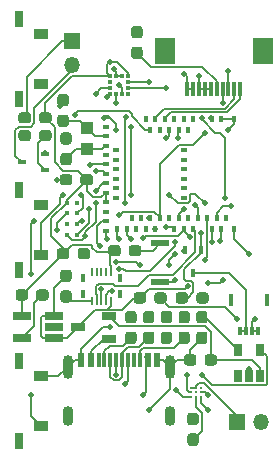
<source format=gbr>
%TF.GenerationSoftware,KiCad,Pcbnew,(5.99.0-2309-gaf729d578)*%
%TF.CreationDate,2020-08-23T01:12:20-04:00*%
%TF.ProjectId,mk2,6d6b322e-6b69-4636-9164-5f7063625858,rev?*%
%TF.SameCoordinates,Original*%
%TF.FileFunction,Copper,L1,Top*%
%TF.FilePolarity,Positive*%
%FSLAX46Y46*%
G04 Gerber Fmt 4.6, Leading zero omitted, Abs format (unit mm)*
G04 Created by KiCad (PCBNEW (5.99.0-2309-gaf729d578)) date 2020-08-23 01:12:20*
%MOMM*%
%LPD*%
G01*
G04 APERTURE LIST*
%TA.AperFunction,ComponentPad*%
%ADD10O,1.350000X1.350000*%
%TD*%
%TA.AperFunction,ComponentPad*%
%ADD11R,1.350000X1.350000*%
%TD*%
%TA.AperFunction,SMDPad,CuDef*%
%ADD12R,0.300000X0.350000*%
%TD*%
%TA.AperFunction,SMDPad,CuDef*%
%ADD13R,0.350000X0.300000*%
%TD*%
%TA.AperFunction,SMDPad,CuDef*%
%ADD14R,0.300000X1.000000*%
%TD*%
%TA.AperFunction,SMDPad,CuDef*%
%ADD15R,0.300000X0.700000*%
%TD*%
%TA.AperFunction,SMDPad,CuDef*%
%ADD16R,0.450000X0.655000*%
%TD*%
%TA.AperFunction,SMDPad,CuDef*%
%ADD17R,0.230000X0.750000*%
%TD*%
%TA.AperFunction,SMDPad,CuDef*%
%ADD18R,0.420000X0.400000*%
%TD*%
%TA.AperFunction,SMDPad,CuDef*%
%ADD19C,0.229500*%
%TD*%
%TA.AperFunction,SMDPad,CuDef*%
%ADD20R,0.300000X1.300000*%
%TD*%
%TA.AperFunction,SMDPad,CuDef*%
%ADD21R,1.800000X2.200000*%
%TD*%
%TA.AperFunction,SMDPad,CuDef*%
%ADD22R,0.700000X0.450000*%
%TD*%
%TA.AperFunction,SMDPad,CuDef*%
%ADD23R,0.600000X1.160000*%
%TD*%
%TA.AperFunction,SMDPad,CuDef*%
%ADD24R,0.300000X1.160000*%
%TD*%
%TA.AperFunction,ComponentPad*%
%ADD25O,0.900000X1.700000*%
%TD*%
%TA.AperFunction,ComponentPad*%
%ADD26O,0.900000X2.000000*%
%TD*%
%TA.AperFunction,SMDPad,CuDef*%
%ADD27R,0.800000X1.450000*%
%TD*%
%TA.AperFunction,SMDPad,CuDef*%
%ADD28R,1.270000X0.900000*%
%TD*%
%TA.AperFunction,SMDPad,CuDef*%
%ADD29R,0.450000X0.700000*%
%TD*%
%TA.AperFunction,SMDPad,CuDef*%
%ADD30R,1.100000X1.050000*%
%TD*%
%TA.AperFunction,SMDPad,CuDef*%
%ADD31R,0.650000X1.060000*%
%TD*%
%TA.AperFunction,SMDPad,CuDef*%
%ADD32R,1.560000X0.650000*%
%TD*%
%TA.AperFunction,SMDPad,CuDef*%
%ADD33R,1.500000X0.550000*%
%TD*%
%TA.AperFunction,SMDPad,CuDef*%
%ADD34R,0.400000X0.600000*%
%TD*%
%TA.AperFunction,SMDPad,CuDef*%
%ADD35R,0.600000X0.400000*%
%TD*%
%TA.AperFunction,SMDPad,CuDef*%
%ADD36R,1.220000X0.650000*%
%TD*%
%TA.AperFunction,ViaPad*%
%ADD37C,0.500000*%
%TD*%
%TA.AperFunction,Conductor*%
%ADD38C,0.130000*%
%TD*%
G04 APERTURE END LIST*
D10*
%TO.P,J3,2,Pin_2*%
%TO.N,Net-(J3-Pad2)*%
X17500000Y-17250000D03*
D11*
%TO.P,J3,1,Pin_1*%
%TO.N,Net-(J3-Pad1)*%
X17500000Y-15250000D03*
%TD*%
D10*
%TO.P,BT1,2,-*%
%TO.N,GND*%
X33500000Y-47500000D03*
D11*
%TO.P,BT1,1,+*%
%TO.N,+BATT*%
X31500000Y-47500000D03*
%TD*%
D12*
%TO.P,U4,8,GNDIO*%
%TO.N,GND*%
X21750000Y-18225000D03*
%TO.P,U4,9,GND*%
X21250000Y-18225000D03*
%TO.P,U4,3,VDDIO*%
%TO.N,VCC*%
X21750000Y-19775000D03*
%TO.P,U4,2,SDX*%
%TO.N,SDA*%
X21250000Y-19775000D03*
%TO.P,U4,7,VDD*%
%TO.N,VCC*%
X22250000Y-18225000D03*
%TO.P,U4,4*%
%TO.N,N/C*%
X22250000Y-19775000D03*
D13*
%TO.P,U4,6,INT2*%
%TO.N,ACCELINT2*%
X22275000Y-18750000D03*
%TO.P,U4,5,INT1*%
%TO.N,ACCELINT1*%
X22275000Y-19250000D03*
D12*
%TO.P,U4,10,~CSB~*%
%TO.N,VCC*%
X20750000Y-18225000D03*
%TO.P,U4,1,SDO*%
%TO.N,GND*%
X20750000Y-19775000D03*
D13*
%TO.P,U4,11*%
%TO.N,N/C*%
X20725000Y-18750000D03*
%TO.P,U4,12,SCX*%
%TO.N,SCL*%
X20725000Y-19250000D03*
%TD*%
D14*
%TO.P,J4,S2,SHIELD__1*%
%TO.N,N/C*%
X30960000Y-37175000D03*
%TO.P,J4,S1,SHIELD*%
X34040000Y-37175000D03*
D15*
%TO.P,J4,4,4*%
%TO.N,Net-(J4-Pad3)*%
X31750000Y-39825000D03*
%TO.P,J4,3,3*%
X32250000Y-39825000D03*
%TO.P,J4,2,2*%
%TO.N,Net-(J4-Pad1)*%
X32750000Y-39825000D03*
%TO.P,J4,1,1*%
X33250000Y-39825000D03*
%TD*%
%TO.P,R16,2*%
%TO.N,Net-(J3-Pad1)*%
%TA.AperFunction,SMDPad,CuDef*%
G36*
G01*
X14025000Y-21512500D02*
X14025000Y-21987500D01*
G75*
G02*
X13787500Y-22225000I-237500J0D01*
G01*
X13212500Y-22225000D01*
G75*
G02*
X12975000Y-21987500I0J237500D01*
G01*
X12975000Y-21512500D01*
G75*
G02*
X13212500Y-21275000I237500J0D01*
G01*
X13787500Y-21275000D01*
G75*
G02*
X14025000Y-21512500I0J-237500D01*
G01*
G37*
%TD.AperFunction*%
%TO.P,R16,1*%
%TO.N,VCC*%
%TA.AperFunction,SMDPad,CuDef*%
G36*
G01*
X15775000Y-21512500D02*
X15775000Y-21987500D01*
G75*
G02*
X15537500Y-22225000I-237500J0D01*
G01*
X14962500Y-22225000D01*
G75*
G02*
X14725000Y-21987500I0J237500D01*
G01*
X14725000Y-21512500D01*
G75*
G02*
X14962500Y-21275000I237500J0D01*
G01*
X15537500Y-21275000D01*
G75*
G02*
X15775000Y-21512500I0J-237500D01*
G01*
G37*
%TD.AperFunction*%
%TD*%
%TO.P,R15,2*%
%TO.N,GND*%
%TA.AperFunction,SMDPad,CuDef*%
G36*
G01*
X14025000Y-23012500D02*
X14025000Y-23487500D01*
G75*
G02*
X13787500Y-23725000I-237500J0D01*
G01*
X13212500Y-23725000D01*
G75*
G02*
X12975000Y-23487500I0J237500D01*
G01*
X12975000Y-23012500D01*
G75*
G02*
X13212500Y-22775000I237500J0D01*
G01*
X13787500Y-22775000D01*
G75*
G02*
X14025000Y-23012500I0J-237500D01*
G01*
G37*
%TD.AperFunction*%
%TO.P,R15,1*%
%TO.N,BUZZER*%
%TA.AperFunction,SMDPad,CuDef*%
G36*
G01*
X15775000Y-23012500D02*
X15775000Y-23487500D01*
G75*
G02*
X15537500Y-23725000I-237500J0D01*
G01*
X14962500Y-23725000D01*
G75*
G02*
X14725000Y-23487500I0J237500D01*
G01*
X14725000Y-23012500D01*
G75*
G02*
X14962500Y-22775000I237500J0D01*
G01*
X15537500Y-22775000D01*
G75*
G02*
X15775000Y-23012500I0J-237500D01*
G01*
G37*
%TD.AperFunction*%
%TD*%
%TO.P,R14,2*%
%TO.N,Net-(J4-Pad1)*%
%TA.AperFunction,SMDPad,CuDef*%
G36*
G01*
X24475000Y-37237500D02*
X24475000Y-36762500D01*
G75*
G02*
X24712500Y-36525000I237500J0D01*
G01*
X25287500Y-36525000D01*
G75*
G02*
X25525000Y-36762500I0J-237500D01*
G01*
X25525000Y-37237500D01*
G75*
G02*
X25287500Y-37475000I-237500J0D01*
G01*
X24712500Y-37475000D01*
G75*
G02*
X24475000Y-37237500I0J237500D01*
G01*
G37*
%TD.AperFunction*%
%TO.P,R14,1*%
%TO.N,VIN*%
%TA.AperFunction,SMDPad,CuDef*%
G36*
G01*
X22725000Y-37237500D02*
X22725000Y-36762500D01*
G75*
G02*
X22962500Y-36525000I237500J0D01*
G01*
X23537500Y-36525000D01*
G75*
G02*
X23775000Y-36762500I0J-237500D01*
G01*
X23775000Y-37237500D01*
G75*
G02*
X23537500Y-37475000I-237500J0D01*
G01*
X22962500Y-37475000D01*
G75*
G02*
X22725000Y-37237500I0J237500D01*
G01*
G37*
%TD.AperFunction*%
%TD*%
%TO.P,R13,2*%
%TO.N,GND*%
%TA.AperFunction,SMDPad,CuDef*%
G36*
G01*
X28026000Y-37237500D02*
X28026000Y-36762500D01*
G75*
G02*
X28263500Y-36525000I237500J0D01*
G01*
X28838500Y-36525000D01*
G75*
G02*
X29076000Y-36762500I0J-237500D01*
G01*
X29076000Y-37237500D01*
G75*
G02*
X28838500Y-37475000I-237500J0D01*
G01*
X28263500Y-37475000D01*
G75*
G02*
X28026000Y-37237500I0J237500D01*
G01*
G37*
%TD.AperFunction*%
%TO.P,R13,1*%
%TO.N,BACKLIGHT*%
%TA.AperFunction,SMDPad,CuDef*%
G36*
G01*
X26276000Y-37237500D02*
X26276000Y-36762500D01*
G75*
G02*
X26513500Y-36525000I237500J0D01*
G01*
X27088500Y-36525000D01*
G75*
G02*
X27326000Y-36762500I0J-237500D01*
G01*
X27326000Y-37237500D01*
G75*
G02*
X27088500Y-37475000I-237500J0D01*
G01*
X26513500Y-37475000D01*
G75*
G02*
X26276000Y-37237500I0J237500D01*
G01*
G37*
%TD.AperFunction*%
%TD*%
%TO.P,R12,2*%
%TO.N,GND*%
%TA.AperFunction,SMDPad,CuDef*%
G36*
G01*
X27237500Y-39150000D02*
X26762500Y-39150000D01*
G75*
G02*
X26525000Y-38912500I0J237500D01*
G01*
X26525000Y-38337500D01*
G75*
G02*
X26762500Y-38100000I237500J0D01*
G01*
X27237500Y-38100000D01*
G75*
G02*
X27475000Y-38337500I0J-237500D01*
G01*
X27475000Y-38912500D01*
G75*
G02*
X27237500Y-39150000I-237500J0D01*
G01*
G37*
%TD.AperFunction*%
%TO.P,R12,1*%
%TO.N,Net-(J2-PadB5)*%
%TA.AperFunction,SMDPad,CuDef*%
G36*
G01*
X27237500Y-40900000D02*
X26762500Y-40900000D01*
G75*
G02*
X26525000Y-40662500I0J237500D01*
G01*
X26525000Y-40087500D01*
G75*
G02*
X26762500Y-39850000I237500J0D01*
G01*
X27237500Y-39850000D01*
G75*
G02*
X27475000Y-40087500I0J-237500D01*
G01*
X27475000Y-40662500D01*
G75*
G02*
X27237500Y-40900000I-237500J0D01*
G01*
G37*
%TD.AperFunction*%
%TD*%
%TO.P,R11,2*%
%TO.N,GND*%
%TA.AperFunction,SMDPad,CuDef*%
G36*
G01*
X22737500Y-39150000D02*
X22262500Y-39150000D01*
G75*
G02*
X22025000Y-38912500I0J237500D01*
G01*
X22025000Y-38337500D01*
G75*
G02*
X22262500Y-38100000I237500J0D01*
G01*
X22737500Y-38100000D01*
G75*
G02*
X22975000Y-38337500I0J-237500D01*
G01*
X22975000Y-38912500D01*
G75*
G02*
X22737500Y-39150000I-237500J0D01*
G01*
G37*
%TD.AperFunction*%
%TO.P,R11,1*%
%TO.N,Net-(J2-PadA5)*%
%TA.AperFunction,SMDPad,CuDef*%
G36*
G01*
X22737500Y-40900000D02*
X22262500Y-40900000D01*
G75*
G02*
X22025000Y-40662500I0J237500D01*
G01*
X22025000Y-40087500D01*
G75*
G02*
X22262500Y-39850000I237500J0D01*
G01*
X22737500Y-39850000D01*
G75*
G02*
X22975000Y-40087500I0J-237500D01*
G01*
X22975000Y-40662500D01*
G75*
G02*
X22737500Y-40900000I-237500J0D01*
G01*
G37*
%TD.AperFunction*%
%TD*%
%TO.P,R9,2*%
%TO.N,GND*%
%TA.AperFunction,SMDPad,CuDef*%
G36*
G01*
X28262500Y-39850000D02*
X28737500Y-39850000D01*
G75*
G02*
X28975000Y-40087500I0J-237500D01*
G01*
X28975000Y-40662500D01*
G75*
G02*
X28737500Y-40900000I-237500J0D01*
G01*
X28262500Y-40900000D01*
G75*
G02*
X28025000Y-40662500I0J237500D01*
G01*
X28025000Y-40087500D01*
G75*
G02*
X28262500Y-39850000I237500J0D01*
G01*
G37*
%TD.AperFunction*%
%TO.P,R9,1*%
%TO.N,Net-(R9-Pad1)*%
%TA.AperFunction,SMDPad,CuDef*%
G36*
G01*
X28262500Y-38100000D02*
X28737500Y-38100000D01*
G75*
G02*
X28975000Y-38337500I0J-237500D01*
G01*
X28975000Y-38912500D01*
G75*
G02*
X28737500Y-39150000I-237500J0D01*
G01*
X28262500Y-39150000D01*
G75*
G02*
X28025000Y-38912500I0J237500D01*
G01*
X28025000Y-38337500D01*
G75*
G02*
X28262500Y-38100000I237500J0D01*
G01*
G37*
%TD.AperFunction*%
%TD*%
%TO.P,R6,2*%
%TO.N,RST*%
%TA.AperFunction,SMDPad,CuDef*%
G36*
G01*
X22319000Y-33237500D02*
X22319000Y-32762500D01*
G75*
G02*
X22556500Y-32525000I237500J0D01*
G01*
X23131500Y-32525000D01*
G75*
G02*
X23369000Y-32762500I0J-237500D01*
G01*
X23369000Y-33237500D01*
G75*
G02*
X23131500Y-33475000I-237500J0D01*
G01*
X22556500Y-33475000D01*
G75*
G02*
X22319000Y-33237500I0J237500D01*
G01*
G37*
%TD.AperFunction*%
%TO.P,R6,1*%
%TO.N,VCC*%
%TA.AperFunction,SMDPad,CuDef*%
G36*
G01*
X20569000Y-33237500D02*
X20569000Y-32762500D01*
G75*
G02*
X20806500Y-32525000I237500J0D01*
G01*
X21381500Y-32525000D01*
G75*
G02*
X21619000Y-32762500I0J-237500D01*
G01*
X21619000Y-33237500D01*
G75*
G02*
X21381500Y-33475000I-237500J0D01*
G01*
X20806500Y-33475000D01*
G75*
G02*
X20569000Y-33237500I0J237500D01*
G01*
G37*
%TD.AperFunction*%
%TD*%
%TO.P,R4,2*%
%TO.N,USB_DP*%
%TA.AperFunction,SMDPad,CuDef*%
G36*
G01*
X25262500Y-39850000D02*
X25737500Y-39850000D01*
G75*
G02*
X25975000Y-40087500I0J-237500D01*
G01*
X25975000Y-40662500D01*
G75*
G02*
X25737500Y-40900000I-237500J0D01*
G01*
X25262500Y-40900000D01*
G75*
G02*
X25025000Y-40662500I0J237500D01*
G01*
X25025000Y-40087500D01*
G75*
G02*
X25262500Y-39850000I237500J0D01*
G01*
G37*
%TD.AperFunction*%
%TO.P,R4,1*%
%TO.N,Net-(IC1-Pad35)*%
%TA.AperFunction,SMDPad,CuDef*%
G36*
G01*
X25262500Y-38100000D02*
X25737500Y-38100000D01*
G75*
G02*
X25975000Y-38337500I0J-237500D01*
G01*
X25975000Y-38912500D01*
G75*
G02*
X25737500Y-39150000I-237500J0D01*
G01*
X25262500Y-39150000D01*
G75*
G02*
X25025000Y-38912500I0J237500D01*
G01*
X25025000Y-38337500D01*
G75*
G02*
X25262500Y-38100000I237500J0D01*
G01*
G37*
%TD.AperFunction*%
%TD*%
%TO.P,R3,2*%
%TO.N,USB_DN*%
%TA.AperFunction,SMDPad,CuDef*%
G36*
G01*
X23762500Y-39850000D02*
X24237500Y-39850000D01*
G75*
G02*
X24475000Y-40087500I0J-237500D01*
G01*
X24475000Y-40662500D01*
G75*
G02*
X24237500Y-40900000I-237500J0D01*
G01*
X23762500Y-40900000D01*
G75*
G02*
X23525000Y-40662500I0J237500D01*
G01*
X23525000Y-40087500D01*
G75*
G02*
X23762500Y-39850000I237500J0D01*
G01*
G37*
%TD.AperFunction*%
%TO.P,R3,1*%
%TO.N,Net-(IC1-Pad34)*%
%TA.AperFunction,SMDPad,CuDef*%
G36*
G01*
X23762500Y-38100000D02*
X24237500Y-38100000D01*
G75*
G02*
X24475000Y-38337500I0J-237500D01*
G01*
X24475000Y-38912500D01*
G75*
G02*
X24237500Y-39150000I-237500J0D01*
G01*
X23762500Y-39150000D01*
G75*
G02*
X23525000Y-38912500I0J237500D01*
G01*
X23525000Y-38337500D01*
G75*
G02*
X23762500Y-38100000I237500J0D01*
G01*
G37*
%TD.AperFunction*%
%TD*%
%TO.P,C20,2*%
%TO.N,GND*%
%TA.AperFunction,SMDPad,CuDef*%
G36*
G01*
X28025000Y-42012500D02*
X28025000Y-42487500D01*
G75*
G02*
X27787500Y-42725000I-237500J0D01*
G01*
X27212500Y-42725000D01*
G75*
G02*
X26975000Y-42487500I0J237500D01*
G01*
X26975000Y-42012500D01*
G75*
G02*
X27212500Y-41775000I237500J0D01*
G01*
X27787500Y-41775000D01*
G75*
G02*
X28025000Y-42012500I0J-237500D01*
G01*
G37*
%TD.AperFunction*%
%TO.P,C20,1*%
%TO.N,BATTPOW*%
%TA.AperFunction,SMDPad,CuDef*%
G36*
G01*
X29775000Y-42012500D02*
X29775000Y-42487500D01*
G75*
G02*
X29537500Y-42725000I-237500J0D01*
G01*
X28962500Y-42725000D01*
G75*
G02*
X28725000Y-42487500I0J237500D01*
G01*
X28725000Y-42012500D01*
G75*
G02*
X28962500Y-41775000I237500J0D01*
G01*
X29537500Y-41775000D01*
G75*
G02*
X29775000Y-42012500I0J-237500D01*
G01*
G37*
%TD.AperFunction*%
%TD*%
%TO.P,C10,2*%
%TO.N,GND*%
%TA.AperFunction,SMDPad,CuDef*%
G36*
G01*
X27987500Y-47775000D02*
X27512500Y-47775000D01*
G75*
G02*
X27275000Y-47537500I0J237500D01*
G01*
X27275000Y-46962500D01*
G75*
G02*
X27512500Y-46725000I237500J0D01*
G01*
X27987500Y-46725000D01*
G75*
G02*
X28225000Y-46962500I0J-237500D01*
G01*
X28225000Y-47537500D01*
G75*
G02*
X27987500Y-47775000I-237500J0D01*
G01*
G37*
%TD.AperFunction*%
%TO.P,C10,1*%
%TO.N,Net-(C10-Pad1)*%
%TA.AperFunction,SMDPad,CuDef*%
G36*
G01*
X27987500Y-49525000D02*
X27512500Y-49525000D01*
G75*
G02*
X27275000Y-49287500I0J237500D01*
G01*
X27275000Y-48712500D01*
G75*
G02*
X27512500Y-48475000I237500J0D01*
G01*
X27987500Y-48475000D01*
G75*
G02*
X28225000Y-48712500I0J-237500D01*
G01*
X28225000Y-49287500D01*
G75*
G02*
X27987500Y-49525000I-237500J0D01*
G01*
G37*
%TD.AperFunction*%
%TD*%
%TO.P,C9,2*%
%TO.N,GND*%
%TA.AperFunction,SMDPad,CuDef*%
G36*
G01*
X23237500Y-15025000D02*
X22762500Y-15025000D01*
G75*
G02*
X22525000Y-14787500I0J237500D01*
G01*
X22525000Y-14212500D01*
G75*
G02*
X22762500Y-13975000I237500J0D01*
G01*
X23237500Y-13975000D01*
G75*
G02*
X23475000Y-14212500I0J-237500D01*
G01*
X23475000Y-14787500D01*
G75*
G02*
X23237500Y-15025000I-237500J0D01*
G01*
G37*
%TD.AperFunction*%
%TO.P,C9,1*%
%TO.N,LCD_DISP*%
%TA.AperFunction,SMDPad,CuDef*%
G36*
G01*
X23237500Y-16775000D02*
X22762500Y-16775000D01*
G75*
G02*
X22525000Y-16537500I0J237500D01*
G01*
X22525000Y-15962500D01*
G75*
G02*
X22762500Y-15725000I237500J0D01*
G01*
X23237500Y-15725000D01*
G75*
G02*
X23475000Y-15962500I0J-237500D01*
G01*
X23475000Y-16537500D01*
G75*
G02*
X23237500Y-16775000I-237500J0D01*
G01*
G37*
%TD.AperFunction*%
%TD*%
%TO.P,C7,2*%
%TO.N,GND*%
%TA.AperFunction,SMDPad,CuDef*%
G36*
G01*
X17975000Y-33487500D02*
X17975000Y-33012500D01*
G75*
G02*
X18212500Y-32775000I237500J0D01*
G01*
X18787500Y-32775000D01*
G75*
G02*
X19025000Y-33012500I0J-237500D01*
G01*
X19025000Y-33487500D01*
G75*
G02*
X18787500Y-33725000I-237500J0D01*
G01*
X18212500Y-33725000D01*
G75*
G02*
X17975000Y-33487500I0J237500D01*
G01*
G37*
%TD.AperFunction*%
%TO.P,C7,1*%
%TO.N,VCC*%
%TA.AperFunction,SMDPad,CuDef*%
G36*
G01*
X16225000Y-33487500D02*
X16225000Y-33012500D01*
G75*
G02*
X16462500Y-32775000I237500J0D01*
G01*
X17037500Y-32775000D01*
G75*
G02*
X17275000Y-33012500I0J-237500D01*
G01*
X17275000Y-33487500D01*
G75*
G02*
X17037500Y-33725000I-237500J0D01*
G01*
X16462500Y-33725000D01*
G75*
G02*
X16225000Y-33487500I0J237500D01*
G01*
G37*
%TD.AperFunction*%
%TD*%
%TO.P,C4,2*%
%TO.N,GND*%
%TA.AperFunction,SMDPad,CuDef*%
G36*
G01*
X16762500Y-36350000D02*
X17237500Y-36350000D01*
G75*
G02*
X17475000Y-36587500I0J-237500D01*
G01*
X17475000Y-37162500D01*
G75*
G02*
X17237500Y-37400000I-237500J0D01*
G01*
X16762500Y-37400000D01*
G75*
G02*
X16525000Y-37162500I0J237500D01*
G01*
X16525000Y-36587500D01*
G75*
G02*
X16762500Y-36350000I237500J0D01*
G01*
G37*
%TD.AperFunction*%
%TO.P,C4,1*%
%TO.N,VIN*%
%TA.AperFunction,SMDPad,CuDef*%
G36*
G01*
X16762500Y-34600000D02*
X17237500Y-34600000D01*
G75*
G02*
X17475000Y-34837500I0J-237500D01*
G01*
X17475000Y-35412500D01*
G75*
G02*
X17237500Y-35650000I-237500J0D01*
G01*
X16762500Y-35650000D01*
G75*
G02*
X16525000Y-35412500I0J237500D01*
G01*
X16525000Y-34837500D01*
G75*
G02*
X16762500Y-34600000I237500J0D01*
G01*
G37*
%TD.AperFunction*%
%TD*%
%TO.P,C3,2*%
%TO.N,GND*%
%TA.AperFunction,SMDPad,CuDef*%
G36*
G01*
X17525000Y-26762500D02*
X17525000Y-27237500D01*
G75*
G02*
X17287500Y-27475000I-237500J0D01*
G01*
X16712500Y-27475000D01*
G75*
G02*
X16475000Y-27237500I0J237500D01*
G01*
X16475000Y-26762500D01*
G75*
G02*
X16712500Y-26525000I237500J0D01*
G01*
X17287500Y-26525000D01*
G75*
G02*
X17525000Y-26762500I0J-237500D01*
G01*
G37*
%TD.AperFunction*%
%TO.P,C3,1*%
%TO.N,VCC*%
%TA.AperFunction,SMDPad,CuDef*%
G36*
G01*
X19275000Y-26762500D02*
X19275000Y-27237500D01*
G75*
G02*
X19037500Y-27475000I-237500J0D01*
G01*
X18462500Y-27475000D01*
G75*
G02*
X18225000Y-27237500I0J237500D01*
G01*
X18225000Y-26762500D01*
G75*
G02*
X18462500Y-26525000I237500J0D01*
G01*
X19037500Y-26525000D01*
G75*
G02*
X19275000Y-26762500I0J-237500D01*
G01*
G37*
%TD.AperFunction*%
%TD*%
%TO.P,C2,2*%
%TO.N,/XL2*%
%TA.AperFunction,SMDPad,CuDef*%
G36*
G01*
X16762500Y-24725000D02*
X17237500Y-24725000D01*
G75*
G02*
X17475000Y-24962500I0J-237500D01*
G01*
X17475000Y-25537500D01*
G75*
G02*
X17237500Y-25775000I-237500J0D01*
G01*
X16762500Y-25775000D01*
G75*
G02*
X16525000Y-25537500I0J237500D01*
G01*
X16525000Y-24962500D01*
G75*
G02*
X16762500Y-24725000I237500J0D01*
G01*
G37*
%TD.AperFunction*%
%TO.P,C2,1*%
%TO.N,GND*%
%TA.AperFunction,SMDPad,CuDef*%
G36*
G01*
X16762500Y-22975000D02*
X17237500Y-22975000D01*
G75*
G02*
X17475000Y-23212500I0J-237500D01*
G01*
X17475000Y-23787500D01*
G75*
G02*
X17237500Y-24025000I-237500J0D01*
G01*
X16762500Y-24025000D01*
G75*
G02*
X16525000Y-23787500I0J237500D01*
G01*
X16525000Y-23212500D01*
G75*
G02*
X16762500Y-22975000I237500J0D01*
G01*
G37*
%TD.AperFunction*%
%TD*%
%TO.P,C1,2*%
%TO.N,/XL1*%
%TA.AperFunction,SMDPad,CuDef*%
G36*
G01*
X16512500Y-21475000D02*
X16987500Y-21475000D01*
G75*
G02*
X17225000Y-21712500I0J-237500D01*
G01*
X17225000Y-22287500D01*
G75*
G02*
X16987500Y-22525000I-237500J0D01*
G01*
X16512500Y-22525000D01*
G75*
G02*
X16275000Y-22287500I0J237500D01*
G01*
X16275000Y-21712500D01*
G75*
G02*
X16512500Y-21475000I237500J0D01*
G01*
G37*
%TD.AperFunction*%
%TO.P,C1,1*%
%TO.N,GND*%
%TA.AperFunction,SMDPad,CuDef*%
G36*
G01*
X16512500Y-19725000D02*
X16987500Y-19725000D01*
G75*
G02*
X17225000Y-19962500I0J-237500D01*
G01*
X17225000Y-20537500D01*
G75*
G02*
X16987500Y-20775000I-237500J0D01*
G01*
X16512500Y-20775000D01*
G75*
G02*
X16275000Y-20537500I0J237500D01*
G01*
X16275000Y-19962500D01*
G75*
G02*
X16512500Y-19725000I237500J0D01*
G01*
G37*
%TD.AperFunction*%
%TD*%
D16*
%TO.P,P1,P2*%
%TO.N,N/C*%
X18400000Y-36702500D03*
%TO.P,P1,P4*%
X18400000Y-35297500D03*
%TO.P,P1,P3*%
X21600000Y-35297500D03*
%TO.P,P1,P1*%
X21600000Y-36702500D03*
D17*
%TO.P,P1,9,9*%
%TO.N,GND*%
X19200000Y-37225000D03*
%TO.P,P1,1,1*%
%TO.N,VIN*%
X20800000Y-37225000D03*
%TO.P,P1,7,7*%
%TO.N,BUTTON4*%
X19600000Y-37225000D03*
%TO.P,P1,3,3*%
%TO.N,FLASHLIGHT*%
X20400000Y-37225000D03*
%TO.P,P1,5,5*%
%TO.N,BUTTON2*%
X20000000Y-37225000D03*
%TO.P,P1,10,10*%
%TO.N,N/C*%
X19200000Y-34775000D03*
%TO.P,P1,2,2*%
%TO.N,VCC*%
X20800000Y-34775000D03*
%TO.P,P1,8,8*%
%TO.N,N/C*%
X19600000Y-34775000D03*
%TO.P,P1,4,4*%
X20400000Y-34775000D03*
%TO.P,P1,6,6*%
X20000000Y-34775000D03*
%TD*%
D18*
%TO.P,IC2,4*%
%TO.N,N/C*%
X17950000Y-28950000D03*
%TO.P,IC2,3,VSS*%
%TO.N,GND*%
X17950000Y-29850000D03*
%TO.P,IC2,2,SQW*%
%TO.N,SQW*%
X17950000Y-30750000D03*
%TO.P,IC2,1,SDA*%
%TO.N,SDA*%
X17950000Y-31650000D03*
%TO.P,IC2,5,VCC*%
%TO.N,VCC*%
X17050000Y-28950000D03*
%TO.P,IC2,6,~IRQ/OUT~*%
%TO.N,RTCIRQ*%
X17050000Y-29850000D03*
%TO.P,IC2,7*%
%TO.N,N/C*%
X17050000Y-30750000D03*
%TO.P,IC2,8,SCL*%
%TO.N,SCL*%
X17050000Y-31650000D03*
%TD*%
D19*
%TO.P,U6,C3,GND*%
%TO.N,GND*%
X28400000Y-45400000D03*
%TO.P,U6,C2,REG*%
%TO.N,Net-(C10-Pad1)*%
X28000000Y-45400000D03*
%TO.P,U6,C1,SDA*%
%TO.N,SDA*%
X27600000Y-45400000D03*
%TO.P,U6,B3,SYS*%
%TO.N,BATTPOW*%
X28400000Y-45000000D03*
%TO.P,U6,B2,~ALRT~*%
%TO.N,N/C*%
X28000000Y-45000000D03*
%TO.P,U6,B1,SCL*%
%TO.N,SCL*%
X27600000Y-45000000D03*
%TO.P,U6,A3,NC*%
%TO.N,N/C*%
X28400000Y-44600000D03*
%TO.P,U6,A2,BATT*%
%TO.N,+BATT*%
X28000000Y-44600000D03*
%TO.P,U6,A1,TH*%
X27600000Y-44600000D03*
%TD*%
D20*
%TO.P,J1,10,Pin_10*%
%TO.N,GND*%
X27250000Y-19350000D03*
%TO.P,J1,9,Pin_9*%
X27750000Y-19350000D03*
%TO.P,J1,8,Pin_8*%
%TO.N,VIN*%
X28250000Y-19350000D03*
%TO.P,J1,7,Pin_7*%
X28750000Y-19350000D03*
%TO.P,J1,6,Pin_6*%
X29250000Y-19350000D03*
%TO.P,J1,5,Pin_5*%
%TO.N,LCD_DISP*%
X29750000Y-19350000D03*
%TO.P,J1,4,Pin_4*%
%TO.N,SQW*%
X30250000Y-19350000D03*
%TO.P,J1,3,Pin_3*%
%TO.N,LCD_CS*%
X30750000Y-19350000D03*
%TO.P,J1,2,Pin_2*%
%TO.N,SPI_MOSI*%
X31250000Y-19350000D03*
%TO.P,J1,1,Pin_1*%
%TO.N,SPI_CLK*%
X31750000Y-19350000D03*
D21*
%TO.P,J1,MP*%
%TO.N,N/C*%
X33650000Y-16100000D03*
X25350000Y-16100000D03*
%TD*%
D22*
%TO.P,Q4,3,D*%
%TO.N,Net-(J3-Pad2)*%
X13250000Y-25500000D03*
%TO.P,Q4,2,S*%
%TO.N,GND*%
X15250000Y-24850000D03*
%TO.P,Q4,1,G*%
%TO.N,BUZZER*%
X15250000Y-26150000D03*
%TD*%
D23*
%TO.P,J2,A12,GND*%
%TO.N,GND*%
X24700000Y-42240000D03*
%TO.P,J2,A9,VBUS*%
%TO.N,VUSB*%
X23900000Y-42240000D03*
%TO.P,J2,A1,GND*%
%TO.N,GND*%
X18300000Y-42240000D03*
%TO.P,J2,A4,VBUS*%
%TO.N,VUSB*%
X19100000Y-42240000D03*
D24*
%TO.P,J2,B5,CC2*%
%TO.N,Net-(J2-PadB5)*%
X23250000Y-42240000D03*
%TO.P,J2,B6,D+*%
%TO.N,USB_DP*%
X22250000Y-42240000D03*
%TO.P,J2,A8,SBU1*%
%TO.N,N/C*%
X22750000Y-42240000D03*
%TO.P,J2,A5,CC1*%
%TO.N,Net-(J2-PadA5)*%
X20250000Y-42240000D03*
%TO.P,J2,B8,SBU2*%
%TO.N,N/C*%
X19750000Y-42240000D03*
%TO.P,J2,A7,D-*%
%TO.N,USB_DN*%
X21750000Y-42240000D03*
%TO.P,J2,A6,D+*%
%TO.N,USB_DP*%
X21250000Y-42240000D03*
%TO.P,J2,B7,D-*%
%TO.N,USB_DN*%
X20750000Y-42240000D03*
D25*
%TO.P,J2,S1,SHIELD*%
%TO.N,GND*%
X25820000Y-46990000D03*
X17180000Y-46990000D03*
D26*
X25820000Y-42820000D03*
X17180000Y-42820000D03*
%TD*%
D27*
%TO.P,SW4,4*%
%TO.N,N/C*%
X13000000Y-49125000D03*
%TO.P,SW4,3*%
X13000000Y-42375000D03*
D28*
%TO.P,SW4,2,2*%
%TO.N,BUTTON3*%
X14885000Y-47850000D03*
%TO.P,SW4,1,1*%
%TO.N,GND*%
X14885000Y-43650000D03*
%TD*%
D27*
%TO.P,SW2,4*%
%TO.N,N/C*%
X13000000Y-20125000D03*
%TO.P,SW2,3*%
X13000000Y-13375000D03*
D28*
%TO.P,SW2,2,2*%
%TO.N,BUTTON1*%
X14885000Y-18850000D03*
%TO.P,SW2,1,1*%
%TO.N,GND*%
X14885000Y-14650000D03*
%TD*%
D27*
%TO.P,SW1,4*%
%TO.N,N/C*%
X13000000Y-34625000D03*
%TO.P,SW1,3*%
X13000000Y-27875000D03*
D28*
%TO.P,SW1,2,2*%
%TO.N,BUTTON5*%
X14885000Y-33350000D03*
%TO.P,SW1,1,1*%
%TO.N,GND*%
X14885000Y-29150000D03*
%TD*%
D29*
%TO.P,Q3,3,D*%
%TO.N,Net-(J4-Pad3)*%
X27750000Y-34909000D03*
%TO.P,Q3,2,S*%
%TO.N,GND*%
X27100000Y-32909000D03*
%TO.P,Q3,1,G*%
%TO.N,BACKLIGHT*%
X28400000Y-32909000D03*
%TD*%
D30*
%TO.P,Y1,2,2*%
%TO.N,/XL1*%
X18750000Y-22575000D03*
%TO.P,Y1,1,1*%
%TO.N,/XL2*%
X18750000Y-24425000D03*
%TD*%
D31*
%TO.P,U3,5,PROG*%
%TO.N,Net-(R9-Pad1)*%
X31550000Y-41400000D03*
%TO.P,U3,4,VDD*%
%TO.N,VUSB*%
X33450000Y-41400000D03*
%TO.P,U3,3,VBAT*%
%TO.N,BATTPOW*%
X33450000Y-43600000D03*
%TO.P,U3,2,VSS*%
%TO.N,GND*%
X32500000Y-43600000D03*
%TO.P,U3,1,STAT*%
%TO.N,CHGNG*%
X31550000Y-43600000D03*
%TD*%
D32*
%TO.P,U2,5,SW*%
%TO.N,Net-(L1-Pad1)*%
X13250000Y-40400000D03*
%TO.P,U2,4,FB*%
%TO.N,VCC*%
X13250000Y-38500000D03*
%TO.P,U2,3,EN*%
%TO.N,VIN*%
X15950000Y-38500000D03*
%TO.P,U2,2,GND*%
%TO.N,GND*%
X15950000Y-39450000D03*
%TO.P,U2,1,VIN*%
%TO.N,VIN*%
X15950000Y-40400000D03*
%TD*%
D33*
%TO.P,SW_RESET1,2,2*%
%TO.N,GND*%
X24956000Y-35625000D03*
%TO.P,SW_RESET1,1,1*%
%TO.N,RST*%
X24956000Y-32375000D03*
%TD*%
%TO.P,L1,2,2*%
%TO.N,VCC*%
%TA.AperFunction,SMDPad,CuDef*%
G36*
G01*
X13775000Y-36512500D02*
X13775000Y-36987500D01*
G75*
G02*
X13537500Y-37225000I-237500J0D01*
G01*
X12962500Y-37225000D01*
G75*
G02*
X12725000Y-36987500I0J237500D01*
G01*
X12725000Y-36512500D01*
G75*
G02*
X12962500Y-36275000I237500J0D01*
G01*
X13537500Y-36275000D01*
G75*
G02*
X13775000Y-36512500I0J-237500D01*
G01*
G37*
%TD.AperFunction*%
%TO.P,L1,1,1*%
%TO.N,Net-(L1-Pad1)*%
%TA.AperFunction,SMDPad,CuDef*%
G36*
G01*
X15525000Y-36512500D02*
X15525000Y-36987500D01*
G75*
G02*
X15287500Y-37225000I-237500J0D01*
G01*
X14712500Y-37225000D01*
G75*
G02*
X14475000Y-36987500I0J237500D01*
G01*
X14475000Y-36512500D01*
G75*
G02*
X14712500Y-36275000I237500J0D01*
G01*
X15287500Y-36275000D01*
G75*
G02*
X15525000Y-36512500I0J-237500D01*
G01*
G37*
%TD.AperFunction*%
%TD*%
D34*
%TO.P,IC1,1,GND_1*%
%TO.N,GND*%
X31250000Y-21850000D03*
%TO.P,IC1,2,GND_2*%
X30150000Y-21850000D03*
%TO.P,IC1,3,P1.10*%
%TO.N,LCD_CS*%
X29350000Y-21850000D03*
%TO.P,IC1,4,P1.11*%
%TO.N,N/C*%
X27750000Y-21850000D03*
%TO.P,IC1,5,P1.12*%
X27350000Y-22750000D03*
%TO.P,IC1,6,P1.13*%
X26950000Y-21850000D03*
%TO.P,IC1,7,P1.14*%
%TO.N,ACCELINT1*%
X26550000Y-22750000D03*
%TO.P,IC1,8,P1.15*%
%TO.N,N/C*%
X26150000Y-21850000D03*
%TO.P,IC1,9,P0.03*%
%TO.N,ACCELINT2*%
X25750000Y-22750000D03*
%TO.P,IC1,10,P0.29*%
%TO.N,SPI_CLK*%
X25350000Y-21850000D03*
%TO.P,IC1,11,P0.02*%
%TO.N,N/C*%
X24950000Y-22750000D03*
%TO.P,IC1,12,P0.31*%
%TO.N,SPI_MOSI*%
X24550000Y-21850000D03*
%TO.P,IC1,13,P0.28*%
%TO.N,BUZZER*%
X24150000Y-22750000D03*
%TO.P,IC1,14,P0.30*%
%TO.N,N/C*%
X23750000Y-21850000D03*
D35*
%TO.P,IC1,15,GND_3*%
%TO.N,GND*%
X20350000Y-21700000D03*
%TO.P,IC1,16,P0.27*%
%TO.N,N/C*%
X20350000Y-22500000D03*
%TO.P,IC1,17,P0.00/XL1*%
%TO.N,/XL1*%
X20350000Y-23300000D03*
%TO.P,IC1,18,P0.01/XL2*%
%TO.N,/XL2*%
X20350000Y-24100000D03*
%TO.P,IC1,19,P0.26*%
%TO.N,N/C*%
X21250000Y-24500000D03*
%TO.P,IC1,20,P0.04*%
X20350000Y-24900000D03*
%TO.P,IC1,21,P0.05*%
X21250000Y-25300000D03*
%TO.P,IC1,22,P0.06*%
%TO.N,BUTTON1*%
X20350000Y-25700000D03*
%TO.P,IC1,23,P0.07*%
%TO.N,N/C*%
X21250000Y-26100000D03*
%TO.P,IC1,24,P0.08*%
%TO.N,BUTTON5*%
X20350000Y-26500000D03*
%TO.P,IC1,25,P1.08*%
%TO.N,N/C*%
X21250000Y-26900000D03*
%TO.P,IC1,26,P1.09*%
%TO.N,BUTTON3*%
X20350000Y-27300000D03*
%TO.P,IC1,27,P0.11*%
%TO.N,N/C*%
X21250000Y-27700000D03*
%TO.P,IC1,28,VDD*%
%TO.N,VCC*%
X20350000Y-28100000D03*
%TO.P,IC1,29,P0.12*%
%TO.N,N/C*%
X21250000Y-28500000D03*
%TO.P,IC1,30,VDDH*%
%TO.N,VCC*%
X20350000Y-28900000D03*
%TO.P,IC1,31,DCCH*%
%TO.N,N/C*%
X20350000Y-29700000D03*
%TO.P,IC1,32,VBUS*%
%TO.N,VUSB*%
X20350000Y-30500000D03*
%TO.P,IC1,33,GND_4*%
%TO.N,GND*%
X20350000Y-31300000D03*
D34*
%TO.P,IC1,34,D-*%
%TO.N,Net-(IC1-Pad34)*%
X21350000Y-31150000D03*
%TO.P,IC1,35,D+*%
%TO.N,Net-(IC1-Pad35)*%
X22150000Y-31150000D03*
%TO.P,IC1,36,P0.14*%
%TO.N,N/C*%
X22550000Y-30250000D03*
%TO.P,IC1,37,P0.13*%
X22950000Y-31150000D03*
%TO.P,IC1,38,P0.16*%
X23350000Y-30250000D03*
%TO.P,IC1,39,P0.15*%
X23750000Y-31150000D03*
%TO.P,IC1,40,P0.18/RESET*%
%TO.N,RST*%
X24150000Y-30250000D03*
%TO.P,IC1,41,P0.17*%
%TO.N,RTCIRQ*%
X24550000Y-31150000D03*
%TO.P,IC1,42,P0.19*%
%TO.N,SQW*%
X24950000Y-30250000D03*
%TO.P,IC1,43,P0.21*%
%TO.N,N/C*%
X25750000Y-30250000D03*
%TO.P,IC1,44,P0.20*%
%TO.N,SDA*%
X26150000Y-31150000D03*
%TO.P,IC1,45,P0.23*%
%TO.N,BACKLIGHT*%
X26550000Y-30250000D03*
%TO.P,IC1,46,P0.22*%
%TO.N,SCL*%
X26950000Y-31150000D03*
%TO.P,IC1,47,P1.00*%
%TO.N,N/C*%
X27350000Y-30250000D03*
%TO.P,IC1,48,P0.24*%
%TO.N,BUTTON4*%
X27750000Y-31150000D03*
%TO.P,IC1,49,P0.25*%
%TO.N,FLASHLIGHT*%
X28150000Y-30250000D03*
%TO.P,IC1,50,P1.02*%
%TO.N,BUTTON2*%
X28950000Y-30250000D03*
%TO.P,IC1,51,SWDIO*%
%TO.N,SWDIO*%
X29350000Y-31150000D03*
%TO.P,IC1,52,P0.09/NFC1*%
%TO.N,CHGNG*%
X29750000Y-30250000D03*
%TO.P,IC1,53,SWDCLK*%
%TO.N,SWDCLK*%
X30150000Y-31150000D03*
%TO.P,IC1,54,P0.10/NFC2*%
%TO.N,N/C*%
X30550000Y-30250000D03*
%TO.P,IC1,55,GND_5*%
%TO.N,GND*%
X31250000Y-31150000D03*
D35*
%TO.P,IC1,56,P1.04*%
%TO.N,N/C*%
X26950000Y-24500000D03*
%TO.P,IC1,57,P1.06*%
X26950000Y-25300000D03*
%TO.P,IC1,58,P1.07*%
X26950000Y-26100000D03*
%TO.P,IC1,59,P1.05*%
X26950000Y-26900000D03*
%TO.P,IC1,60,P1.03*%
X26950000Y-27700000D03*
%TO.P,IC1,61,P1.01*%
X26950000Y-28500000D03*
%TD*%
D36*
%TO.P,D1,3,K*%
%TO.N,VIN*%
X18000000Y-39500000D03*
%TO.P,D1,2,A*%
%TO.N,BATTPOW*%
X20620000Y-38550000D03*
%TO.P,D1,1,A*%
%TO.N,VUSB*%
X20620000Y-40450000D03*
%TD*%
D37*
%TO.N,Net-(J4-Pad1)*%
X33000000Y-38750000D03*
X31500000Y-38750000D03*
%TO.N,GND*%
X26250000Y-35500000D03*
%TO.N,VIN*%
X27326320Y-35990837D03*
%TO.N,GND*%
X28551000Y-37000000D03*
X27000000Y-38625000D03*
X28500000Y-40375000D03*
X14750000Y-14750000D03*
X23000000Y-14500000D03*
X20500000Y-20000000D03*
X21042303Y-17623091D03*
%TO.N,VCC*%
X20722153Y-16984990D03*
%TO.N,GND*%
X20250000Y-21750000D03*
X24000000Y-46500000D03*
%TO.N,SDA*%
X26314765Y-44822982D03*
%TO.N,GND*%
X32500000Y-43000000D03*
X29000000Y-46500000D03*
X27750000Y-47250000D03*
X32500000Y-33250000D03*
%TO.N,FLASHLIGHT*%
X26234990Y-32250000D03*
%TO.N,GND*%
X25750000Y-28250000D03*
X27000000Y-33000000D03*
%TO.N,SCL*%
X27491427Y-31845936D03*
%TO.N,FLASHLIGHT*%
X27938183Y-29171117D03*
%TO.N,GND*%
X28750000Y-29000000D03*
%TO.N,BACKLIGHT*%
X26971655Y-29480020D03*
%TO.N,GND*%
X22500000Y-38750000D03*
X20750000Y-39500000D03*
X16000000Y-39500000D03*
X17000000Y-37000000D03*
X20500000Y-32000000D03*
%TO.N,VUSB*%
X19856663Y-32621673D03*
%TO.N,GND*%
X18500000Y-33250000D03*
%TO.N,RTCIRQ*%
X16265010Y-31250000D03*
%TO.N,GND*%
X16250000Y-27000000D03*
X18250000Y-28250000D03*
%TO.N,SDA*%
X18935749Y-29441123D03*
%TO.N,SQW*%
X18350381Y-30492798D03*
%TO.N,GND*%
X15000000Y-29000000D03*
X30750000Y-22750000D03*
X27000000Y-18000000D03*
%TO.N,VIN*%
X28500000Y-21750000D03*
X28250000Y-18250000D03*
X30500000Y-28500000D03*
%TO.N,SWDIO*%
X29397837Y-32270263D03*
%TO.N,VIN*%
X30250000Y-35500000D03*
%TO.N,SWDCLK*%
X30034990Y-32141613D03*
%TO.N,VIN*%
X29000000Y-35750000D03*
%TO.N,GND*%
X16500000Y-20750000D03*
X17000000Y-23500000D03*
X15250000Y-24750000D03*
X13500000Y-23250000D03*
X21250000Y-22750000D03*
%TO.N,VUSB*%
X28500000Y-43500000D03*
X23500000Y-45250000D03*
%TO.N,VCC*%
X21500000Y-19000000D03*
%TO.N,SDA*%
X25750000Y-34250000D03*
X26250000Y-33250000D03*
%TO.N,SCL*%
X27250000Y-43500000D03*
X22500000Y-28250000D03*
%TO.N,SDA*%
X22078812Y-21671188D03*
%TO.N,SCL*%
X22500000Y-22500000D03*
X19500000Y-29000000D03*
%TO.N,BUTTON3*%
X19500000Y-27969988D03*
%TO.N,SCL*%
X19500000Y-19750000D03*
%TO.N,SDA*%
X22000000Y-29000000D03*
X21250000Y-20500000D03*
%TO.N,ACCELINT1*%
X25500000Y-19250000D03*
%TO.N,ACCELINT2*%
X24000000Y-18734990D03*
%TO.N,ACCELINT1*%
X26500000Y-23500000D03*
%TO.N,ACCELINT2*%
X25500000Y-23500000D03*
%TO.N,BUZZER*%
X17750000Y-21500000D03*
X15500000Y-23250000D03*
%TO.N,SQW*%
X28750000Y-23000000D03*
X30250000Y-20500000D03*
%TO.N,LCD_CS*%
X29250000Y-21750000D03*
X30750000Y-17750000D03*
%TO.N,Net-(IC1-Pad34)*%
X21507206Y-32045021D03*
%TO.N,Net-(IC1-Pad35)*%
X22507206Y-32045021D03*
%TO.N,RTCIRQ*%
X24550000Y-31150000D03*
%TO.N,BUTTON3*%
X14000000Y-35000000D03*
X14000000Y-45250000D03*
X14250000Y-30500000D03*
%TO.N,BUTTON5*%
X19500000Y-26250000D03*
X16750000Y-28250000D03*
%TO.N,FLASHLIGHT*%
X21500000Y-34519998D03*
%TO.N,BUTTON2*%
X21218353Y-33934174D03*
%TO.N,FLASHLIGHT*%
X20924998Y-36450124D03*
%TO.N,BACKLIGHT*%
X28469989Y-31500000D03*
%TO.N,BUTTON2*%
X23250000Y-34250000D03*
X20000000Y-36250000D03*
X28750000Y-33750000D03*
%TO.N,Net-(IC1-Pad34)*%
X24000000Y-38500000D03*
%TO.N,Net-(IC1-Pad35)*%
X25500000Y-38625000D03*
%TO.N,SCL*%
X23476021Y-31893878D03*
X18631992Y-31765010D03*
%TO.N,SQW*%
X21500000Y-30000000D03*
%TO.N,RST*%
X24059352Y-30216976D03*
%TO.N,SDA*%
X25500000Y-31000000D03*
%TO.N,BUTTON1*%
X19000000Y-25750000D03*
X14885000Y-18850000D03*
%TO.N,CHGNG*%
X31500000Y-43500000D03*
X31000000Y-29250000D03*
%TO.N,RST*%
X24956000Y-32375000D03*
%TO.N,BATTPOW*%
X29000000Y-45250000D03*
X29250000Y-42250000D03*
%TO.N,VUSB*%
X23850002Y-42000000D03*
X20620000Y-40450000D03*
%TO.N,USB_DP*%
X25500000Y-40500000D03*
X22000000Y-44250000D03*
X21250000Y-43500000D03*
%TD*%
D38*
%TO.N,Net-(J4-Pad1)*%
X30490010Y-37740010D02*
X30259990Y-37740010D01*
X32750000Y-39000000D02*
X33000000Y-38750000D01*
X32750000Y-39825000D02*
X32750000Y-39000000D01*
X29688008Y-37740010D02*
X30259990Y-37740010D01*
X31500000Y-38750000D02*
X30490010Y-37740010D01*
X33250000Y-39825000D02*
X32750000Y-39825000D01*
%TO.N,Net-(J4-Pad3)*%
X31750000Y-39825000D02*
X32250000Y-39825000D01*
X32250000Y-38750000D02*
X32250000Y-38825000D01*
X32250000Y-36337998D02*
X32250000Y-38750000D01*
X32250000Y-38750000D02*
X32250000Y-39825000D01*
%TO.N,BACKLIGHT*%
X28400000Y-33206998D02*
X28400000Y-32909000D01*
X27030010Y-35384016D02*
X27030010Y-34576988D01*
%TO.N,GND*%
X26125000Y-35625000D02*
X26250000Y-35500000D01*
%TO.N,VIN*%
X24009164Y-36240836D02*
X27076321Y-36240836D01*
%TO.N,BACKLIGHT*%
X27171829Y-35525835D02*
X27030010Y-35384016D01*
X27030010Y-34576988D02*
X28400000Y-33206998D01*
X26801000Y-37000000D02*
X27326000Y-37000000D01*
X27549522Y-35525835D02*
X27171829Y-35525835D01*
X27326000Y-37000000D02*
X27791322Y-36534678D01*
X27791322Y-35767635D02*
X27549522Y-35525835D01*
%TO.N,GND*%
X24956000Y-35625000D02*
X26125000Y-35625000D01*
%TO.N,VIN*%
X23250000Y-37000000D02*
X24009164Y-36240836D01*
X27076321Y-36240836D02*
X27326320Y-35990837D01*
%TO.N,BACKLIGHT*%
X27791322Y-36534678D02*
X27791322Y-35767635D01*
%TO.N,GND*%
X14850000Y-14650000D02*
X14750000Y-14750000D01*
X14885000Y-14650000D02*
X14850000Y-14650000D01*
X20725000Y-19775000D02*
X20500000Y-20000000D01*
X20750000Y-19775000D02*
X20725000Y-19775000D01*
%TO.N,VCC*%
X20750000Y-18225000D02*
X20472154Y-17947154D01*
X20472154Y-17234989D02*
X20722153Y-16984990D01*
X20472154Y-17947154D02*
X20472154Y-17234989D01*
%TO.N,GND*%
X21250000Y-18225000D02*
X21250000Y-17830788D01*
X21250000Y-17830788D02*
X21042303Y-17623091D01*
%TO.N,VCC*%
X22250000Y-18225000D02*
X22250000Y-17920000D01*
X22250000Y-17920000D02*
X21314990Y-16984990D01*
X21314990Y-16984990D02*
X20722153Y-16984990D01*
%TO.N,GND*%
X20300000Y-21700000D02*
X20250000Y-21750000D01*
X20350000Y-21700000D02*
X20300000Y-21700000D01*
X19200000Y-37225000D02*
X19129999Y-37295001D01*
X19129999Y-37295001D02*
X17420001Y-37295001D01*
X17420001Y-37295001D02*
X17000000Y-36875000D01*
X14885000Y-43650000D02*
X16350000Y-43650000D01*
X16350000Y-43650000D02*
X17180000Y-42820000D01*
%TO.N,SDA*%
X27600000Y-45400000D02*
X26891783Y-45400000D01*
%TO.N,GND*%
X25820000Y-42820000D02*
X25820000Y-44680000D01*
%TO.N,SDA*%
X26891783Y-45400000D02*
X26314765Y-44822982D01*
%TO.N,GND*%
X25820000Y-44680000D02*
X24000000Y-46500000D01*
X32500000Y-43600000D02*
X32500000Y-43000000D01*
X27500000Y-42250000D02*
X27500000Y-41375000D01*
X27500000Y-41375000D02*
X28500000Y-40375000D01*
X27500000Y-42250000D02*
X26390000Y-42250000D01*
X26390000Y-42250000D02*
X25820000Y-42820000D01*
X28400000Y-45900000D02*
X29000000Y-46500000D01*
X28400000Y-45400000D02*
X28400000Y-45900000D01*
X31250000Y-32000000D02*
X32500000Y-33250000D01*
X31250000Y-31150000D02*
X31250000Y-32000000D01*
%TO.N,FLASHLIGHT*%
X24088543Y-34750000D02*
X26234990Y-32603553D01*
%TO.N,BUTTON4*%
X26030991Y-35030011D02*
X24026056Y-35030011D01*
%TO.N,GND*%
X27515010Y-28190228D02*
X27515010Y-28809772D01*
%TO.N,BUTTON4*%
X20948077Y-35784999D02*
X19776799Y-35784999D01*
%TO.N,FLASHLIGHT*%
X28150000Y-29382934D02*
X27938183Y-29171117D01*
%TO.N,GND*%
X27091000Y-32909000D02*
X27000000Y-33000000D01*
%TO.N,BUTTON4*%
X27956429Y-31356429D02*
X27956429Y-33104573D01*
%TO.N,FLASHLIGHT*%
X22083555Y-34750000D02*
X24088543Y-34750000D01*
%TO.N,GND*%
X28750000Y-29000000D02*
X27940228Y-28190228D01*
%TO.N,BUTTON4*%
X19534999Y-36654999D02*
X19600000Y-36720000D01*
X19534999Y-36026799D02*
X19534999Y-36654999D01*
X27750000Y-31150000D02*
X27956429Y-31356429D01*
%TO.N,GND*%
X27515010Y-28809772D02*
X27359772Y-28965010D01*
%TO.N,BACKLIGHT*%
X26550000Y-29901675D02*
X26971655Y-29480020D01*
%TO.N,BUTTON4*%
X19600000Y-36720000D02*
X19600000Y-37225000D01*
X24026056Y-35030011D02*
X23069084Y-35986983D01*
%TO.N,GND*%
X27100000Y-32909000D02*
X27091000Y-32909000D01*
%TO.N,BUTTON4*%
X21150061Y-35986983D02*
X20948077Y-35784999D01*
%TO.N,SCL*%
X26950000Y-31304509D02*
X27491427Y-31845936D01*
%TO.N,GND*%
X27359772Y-28965010D02*
X26465010Y-28965010D01*
X27940228Y-28190228D02*
X27515010Y-28190228D01*
%TO.N,FLASHLIGHT*%
X28150000Y-30250000D02*
X28150000Y-29382934D01*
%TO.N,BACKLIGHT*%
X26550000Y-30250000D02*
X26550000Y-29901675D01*
%TO.N,BUTTON4*%
X23069084Y-35986983D02*
X21150061Y-35986983D01*
%TO.N,FLASHLIGHT*%
X26234990Y-32603553D02*
X26234990Y-32250000D01*
%TO.N,BUTTON4*%
X19776799Y-35784999D02*
X19534999Y-36026799D01*
%TO.N,GND*%
X26465010Y-28965010D02*
X25750000Y-28250000D01*
%TO.N,SCL*%
X26950000Y-31150000D02*
X26950000Y-31304509D01*
%TO.N,FLASHLIGHT*%
X21500000Y-34519998D02*
X21853553Y-34519998D01*
X21853553Y-34519998D02*
X22083555Y-34750000D01*
%TO.N,BUTTON4*%
X27956429Y-33104573D02*
X26030991Y-35030011D01*
%TO.N,GND*%
X22500000Y-38625000D02*
X22500000Y-38750000D01*
X18300000Y-41357998D02*
X18300000Y-42240000D01*
X20750000Y-39500000D02*
X20157998Y-39500000D01*
X20157998Y-39500000D02*
X18300000Y-41357998D01*
X15950000Y-39450000D02*
X16000000Y-39500000D01*
X17000000Y-36875000D02*
X17000000Y-37000000D01*
X20350000Y-31850000D02*
X20500000Y-32000000D01*
%TO.N,VCC*%
X21094000Y-33000000D02*
X20957325Y-33136675D01*
%TO.N,GND*%
X20350000Y-31300000D02*
X20350000Y-31850000D01*
%TO.N,VUSB*%
X20050001Y-30500000D02*
X19606664Y-30943337D01*
%TO.N,VCC*%
X19609461Y-33136675D02*
X19234998Y-32762212D01*
%TO.N,VUSB*%
X19606664Y-32371674D02*
X19856663Y-32621673D01*
%TO.N,VCC*%
X19234998Y-32509990D02*
X17490010Y-32509990D01*
%TO.N,VUSB*%
X20350000Y-30500000D02*
X20050001Y-30500000D01*
%TO.N,VCC*%
X17490010Y-32509990D02*
X16750000Y-33250000D01*
X19234998Y-32762212D02*
X19234998Y-32509990D01*
%TO.N,VUSB*%
X19606664Y-30943337D02*
X19606664Y-32371674D01*
%TO.N,VCC*%
X20957325Y-33136675D02*
X19609461Y-33136675D01*
%TO.N,BUTTON5*%
X16500001Y-28499999D02*
X16750000Y-28250000D01*
X16500001Y-29033293D02*
X16500001Y-28499999D01*
%TO.N,VCC*%
X15750000Y-31775000D02*
X15750000Y-30250000D01*
%TO.N,BUTTON5*%
X14885000Y-30648294D02*
X16500001Y-29033293D01*
%TO.N,RTCIRQ*%
X17050000Y-29850000D02*
X16265010Y-30634990D01*
%TO.N,BUTTON5*%
X14885000Y-33350000D02*
X14885000Y-30648294D01*
%TO.N,VCC*%
X16750000Y-33250000D02*
X16750000Y-32775000D01*
%TO.N,RTCIRQ*%
X16265010Y-30634990D02*
X16265010Y-31250000D01*
%TO.N,VCC*%
X16750000Y-32775000D02*
X15750000Y-31775000D01*
X15750000Y-30250000D02*
X17050000Y-28950000D01*
%TO.N,GND*%
X17000000Y-27000000D02*
X16250000Y-27000000D01*
X18425001Y-28425001D02*
X18250000Y-28250000D01*
X18425001Y-29374999D02*
X18425001Y-28425001D01*
X17950000Y-29850000D02*
X18425001Y-29374999D01*
%TO.N,SCL*%
X18631992Y-31765010D02*
X18631992Y-31411457D01*
%TO.N,SDA*%
X18935749Y-30664251D02*
X18935749Y-29441123D01*
%TO.N,SQW*%
X17950000Y-30750000D02*
X18207202Y-30492798D01*
X18207202Y-30492798D02*
X18350381Y-30492798D01*
%TO.N,SDA*%
X17950000Y-31650000D02*
X18935749Y-30664251D01*
%TO.N,SCL*%
X18631992Y-31411457D02*
X19500000Y-30543449D01*
X19500000Y-30543449D02*
X19500000Y-29000000D01*
%TO.N,GND*%
X14885000Y-29115000D02*
X15000000Y-29000000D01*
X14885000Y-29150000D02*
X14885000Y-29115000D01*
X31250000Y-22250000D02*
X30750000Y-22750000D01*
X31250000Y-21850000D02*
X31250000Y-22250000D01*
X27250000Y-19350000D02*
X27250000Y-18250000D01*
X27250000Y-18250000D02*
X27000000Y-18000000D01*
%TO.N,VIN*%
X30000000Y-23000000D02*
X29612998Y-23000000D01*
X29612998Y-23000000D02*
X28500000Y-21887002D01*
X28500000Y-21887002D02*
X28500000Y-21750000D01*
X28250000Y-18250000D02*
X28250000Y-19350000D01*
X30500000Y-23500000D02*
X30000000Y-23000000D01*
%TO.N,BUTTON2*%
X28934999Y-32044899D02*
X28932836Y-32047062D01*
%TO.N,SWDCLK*%
X30150000Y-31150000D02*
X30150000Y-32026603D01*
%TO.N,BUTTON2*%
X28934999Y-30265001D02*
X28934999Y-32044899D01*
X28932836Y-33567164D02*
X28750000Y-33750000D01*
%TO.N,VIN*%
X30500000Y-28500000D02*
X30500000Y-23500000D01*
%TO.N,BUTTON2*%
X28932836Y-32047062D02*
X28932836Y-33567164D01*
X28950000Y-30250000D02*
X28934999Y-30265001D01*
%TO.N,VIN*%
X29000000Y-35750000D02*
X30000000Y-35750000D01*
X30000000Y-35750000D02*
X30250000Y-35500000D01*
%TO.N,SWDIO*%
X29350000Y-31150000D02*
X29350000Y-32222426D01*
X29350000Y-32222426D02*
X29397837Y-32270263D01*
%TO.N,SWDCLK*%
X30150000Y-32026603D02*
X30034990Y-32141613D01*
%TO.N,GND*%
X16750000Y-20500000D02*
X16500000Y-20750000D01*
X16750000Y-20250000D02*
X16750000Y-20500000D01*
%TO.N,VCC*%
X18750000Y-27000000D02*
X18009990Y-26259990D01*
X16040010Y-22540010D02*
X15250000Y-21750000D01*
X18009990Y-26259990D02*
X16770348Y-26259990D01*
X16770348Y-26259990D02*
X16040010Y-25529652D01*
X16040010Y-25529652D02*
X16040010Y-22540010D01*
%TO.N,GND*%
X15250000Y-24850000D02*
X15250000Y-24750000D01*
X20350000Y-21700000D02*
X20649999Y-21700000D01*
X20649999Y-21700000D02*
X21250000Y-22300001D01*
X21250000Y-22300001D02*
X21250000Y-22750000D01*
%TO.N,VUSB*%
X33990001Y-41940001D02*
X33990001Y-44302001D01*
X33897001Y-44395001D02*
X29395001Y-44395001D01*
X29395001Y-44395001D02*
X28500000Y-43500000D01*
X33450000Y-41400000D02*
X33990001Y-41940001D01*
X23500000Y-45250000D02*
X23749999Y-45000001D01*
X33990001Y-44302001D02*
X33897001Y-44395001D01*
X23749999Y-42100003D02*
X23850002Y-42000000D01*
X23749999Y-45000001D02*
X23749999Y-42100003D01*
%TO.N,VCC*%
X15250000Y-21750000D02*
X15250000Y-20510358D01*
X15250000Y-20510358D02*
X17535358Y-18225000D01*
X17535358Y-18225000D02*
X20750000Y-18225000D01*
%TO.N,GND*%
X21250000Y-18225000D02*
X21750000Y-18225000D01*
%TO.N,VCC*%
X21750000Y-19775000D02*
X21750000Y-19250000D01*
X21750000Y-19250000D02*
X21500000Y-19000000D01*
%TO.N,SDA*%
X25750000Y-33750000D02*
X26250000Y-33250000D01*
X25750000Y-34250000D02*
X25750000Y-33750000D01*
%TO.N,SCL*%
X27600000Y-45000000D02*
X27437719Y-45000000D01*
X27220249Y-43529751D02*
X27250000Y-43500000D01*
X27437719Y-45000000D02*
X27220249Y-44782530D01*
X27220249Y-44782530D02*
X27220249Y-43529751D01*
%TO.N,VCC*%
X18750000Y-27000000D02*
X18750000Y-27982200D01*
%TO.N,BUZZER*%
X23672998Y-22750000D02*
X24150000Y-22750000D01*
X22302014Y-21206186D02*
X22543814Y-21447986D01*
%TO.N,BUTTON3*%
X20169988Y-27300000D02*
X19500000Y-27969988D01*
%TO.N,VCC*%
X18750000Y-27982200D02*
X19252798Y-28484998D01*
%TO.N,BUZZER*%
X17750000Y-21500000D02*
X18043814Y-21206186D01*
%TO.N,SCL*%
X22500000Y-28250000D02*
X22500000Y-22500000D01*
%TO.N,VCC*%
X19965002Y-28484998D02*
X20350000Y-28100000D01*
%TO.N,BUZZER*%
X22543814Y-21447986D02*
X22543814Y-21620816D01*
%TO.N,BUTTON3*%
X20350000Y-27300000D02*
X20169988Y-27300000D01*
%TO.N,SDA*%
X22000000Y-29000000D02*
X22000000Y-21750000D01*
X22000000Y-21750000D02*
X22078812Y-21671188D01*
%TO.N,BUZZER*%
X18043814Y-21206186D02*
X22302014Y-21206186D01*
X22543814Y-21620816D02*
X23672998Y-22750000D01*
%TO.N,VCC*%
X19252798Y-28484998D02*
X19965002Y-28484998D01*
%TO.N,SCL*%
X19500000Y-19750000D02*
X20000000Y-19250000D01*
X20000000Y-19250000D02*
X20725000Y-19250000D01*
%TO.N,SDA*%
X21250000Y-20500000D02*
X21250000Y-19775000D01*
%TO.N,ACCELINT1*%
X22275000Y-19250000D02*
X25500000Y-19250000D01*
%TO.N,ACCELINT2*%
X22275000Y-18750000D02*
X23984990Y-18750000D01*
X23984990Y-18750000D02*
X24000000Y-18734990D01*
%TO.N,ACCELINT1*%
X26500000Y-23500000D02*
X26500000Y-22800000D01*
X26500000Y-22800000D02*
X26550000Y-22750000D01*
%TO.N,ACCELINT2*%
X25750000Y-22750000D02*
X25750000Y-23250000D01*
X25750000Y-23250000D02*
X25500000Y-23500000D01*
%TO.N,BUZZER*%
X15250000Y-23250000D02*
X15500000Y-23250000D01*
%TO.N,SPI_CLK*%
X25350000Y-21750000D02*
X25854987Y-21245013D01*
X31750000Y-20130000D02*
X31750000Y-19350000D01*
%TO.N,SQW*%
X27715010Y-24034990D02*
X26540228Y-24034990D01*
%TO.N,SPI_CLK*%
X25350000Y-21850000D02*
X25350000Y-21750000D01*
%TO.N,SPI_MOSI*%
X31250000Y-19350000D02*
X31250000Y-20188204D01*
X30473202Y-20965002D02*
X25334998Y-20965002D01*
X25334998Y-20965002D02*
X24550000Y-21750000D01*
X24550000Y-21750000D02*
X24550000Y-21850000D01*
%TO.N,SQW*%
X30250000Y-19350000D02*
X30250000Y-20500000D01*
%TO.N,SPI_CLK*%
X25854987Y-21245013D02*
X30634987Y-21245013D01*
%TO.N,SPI_MOSI*%
X31250000Y-20188204D02*
X30473202Y-20965002D01*
%TO.N,SPI_CLK*%
X30634987Y-21245013D02*
X31750000Y-20130000D01*
%TO.N,SQW*%
X28750000Y-23000000D02*
X27715010Y-24034990D01*
X26540228Y-24034990D02*
X24950000Y-25625218D01*
X24950000Y-25625218D02*
X24950000Y-30250000D01*
%TO.N,LCD_CS*%
X29350000Y-21850000D02*
X29250000Y-21750000D01*
X30750000Y-17750000D02*
X30750000Y-19350000D01*
%TO.N,Net-(IC1-Pad34)*%
X21350000Y-31150000D02*
X21350000Y-31887815D01*
%TO.N,Net-(IC1-Pad35)*%
X22150000Y-31150000D02*
X22150000Y-31687815D01*
%TO.N,Net-(IC1-Pad34)*%
X21350000Y-31887815D02*
X21507206Y-32045021D01*
%TO.N,Net-(IC1-Pad35)*%
X22150000Y-31687815D02*
X22507206Y-32045021D01*
%TO.N,BUTTON3*%
X14000000Y-45250000D02*
X14000000Y-46965000D01*
X14000000Y-30750000D02*
X14000000Y-35000000D01*
X14250000Y-30500000D02*
X14000000Y-30750000D01*
X14000000Y-46965000D02*
X14885000Y-47850000D01*
%TO.N,BUTTON5*%
X19500000Y-26250000D02*
X20100000Y-26250000D01*
X20100000Y-26250000D02*
X20350000Y-26500000D01*
%TO.N,VCC*%
X20800000Y-34270000D02*
X20703352Y-34173352D01*
X20800000Y-34775000D02*
X20800000Y-34270000D01*
%TO.N,BUTTON2*%
X23250000Y-34250000D02*
X22934174Y-33934174D01*
%TO.N,SCL*%
X26445020Y-31719989D02*
X23649910Y-31719989D01*
X26950000Y-31150000D02*
X26950000Y-31215009D01*
%TO.N,FLASHLIGHT*%
X20400000Y-36720000D02*
X20669876Y-36450124D01*
%TO.N,SCL*%
X23649910Y-31719989D02*
X23476021Y-31893878D01*
%TO.N,FLASHLIGHT*%
X20400000Y-37225000D02*
X20400000Y-36720000D01*
%TO.N,VCC*%
X20703352Y-34173352D02*
X20703352Y-33390648D01*
%TO.N,BUTTON2*%
X22934174Y-33934174D02*
X21218353Y-33934174D01*
%TO.N,SCL*%
X26950000Y-31215009D02*
X26445020Y-31719989D01*
%TO.N,VCC*%
X20703352Y-33390648D02*
X21094000Y-33000000D01*
%TO.N,FLASHLIGHT*%
X20669876Y-36450124D02*
X20924998Y-36450124D01*
%TO.N,BACKLIGHT*%
X28400000Y-32909000D02*
X28400000Y-31569989D01*
X28400000Y-31569989D02*
X28469989Y-31500000D01*
%TO.N,BUTTON2*%
X20000000Y-36250000D02*
X20000000Y-37225000D01*
%TO.N,Net-(C10-Pad1)*%
X28000000Y-45400000D02*
X28000000Y-46260358D01*
X28490010Y-48259990D02*
X27750000Y-49000000D01*
X28000000Y-46260358D02*
X28490010Y-46750368D01*
X28490010Y-46750368D02*
X28490010Y-48259990D01*
%TO.N,Net-(IC1-Pad34)*%
X24000000Y-38625000D02*
X24000000Y-38500000D01*
%TO.N,Net-(J4-Pad1)*%
X25000000Y-37000000D02*
X25740010Y-37740010D01*
X25740010Y-37740010D02*
X29688008Y-37740010D01*
%TO.N,Net-(J4-Pad3)*%
X27750000Y-34909000D02*
X30821002Y-34909000D01*
X30821002Y-34909000D02*
X32250000Y-36337998D01*
%TO.N,SQW*%
X24484999Y-29684999D02*
X24950000Y-30150000D01*
X24950000Y-30150000D02*
X24950000Y-30250000D01*
X21500000Y-30000000D02*
X21815001Y-29684999D01*
X21815001Y-29684999D02*
X24484999Y-29684999D01*
%TO.N,SCL*%
X18631992Y-31765010D02*
X18332001Y-32065001D01*
X18332001Y-32065001D02*
X17465001Y-32065001D01*
X17465001Y-32065001D02*
X17050000Y-31650000D01*
%TO.N,RST*%
X24116976Y-30216976D02*
X24059352Y-30216976D01*
X24150000Y-30250000D02*
X24116976Y-30216976D01*
%TO.N,SDA*%
X25500000Y-31000000D02*
X26000000Y-31000000D01*
X26000000Y-31000000D02*
X26150000Y-31150000D01*
%TO.N,BUTTON1*%
X20350000Y-25700000D02*
X19050000Y-25700000D01*
X19050000Y-25700000D02*
X19000000Y-25750000D01*
%TO.N,GND*%
X30150000Y-21850000D02*
X31250000Y-21850000D01*
X27250000Y-19350000D02*
X27750000Y-19350000D01*
%TO.N,VIN*%
X29250000Y-19350000D02*
X28750000Y-19350000D01*
X28250000Y-19350000D02*
X28750000Y-19350000D01*
%TO.N,LCD_DISP*%
X23000000Y-16250000D02*
X24215001Y-17465001D01*
X24215001Y-17465001D02*
X28552003Y-17465001D01*
X28552003Y-17465001D02*
X29750000Y-18662998D01*
X29750000Y-18662998D02*
X29750000Y-19350000D01*
%TO.N,Net-(J3-Pad1)*%
X13500000Y-21750000D02*
X13665010Y-21584990D01*
X13665010Y-21584990D02*
X13665010Y-18279990D01*
X13665010Y-18279990D02*
X16695000Y-15250000D01*
X16695000Y-15250000D02*
X17500000Y-15250000D01*
%TO.N,Net-(J3-Pad2)*%
X13250000Y-25500000D02*
X12709990Y-24959990D01*
X12709990Y-24959990D02*
X12709990Y-22800368D01*
X12709990Y-22800368D02*
X13020348Y-22490010D01*
X13020348Y-22490010D02*
X13999632Y-22490010D01*
X13999632Y-22490010D02*
X14290010Y-22199632D01*
X17500000Y-17694782D02*
X17500000Y-17250000D01*
X14290010Y-22199632D02*
X14290010Y-20904772D01*
X14290010Y-20904772D02*
X17500000Y-17694782D01*
%TO.N,BUZZER*%
X15250000Y-23250000D02*
X14634999Y-23865001D01*
X14634999Y-23865001D02*
X14634999Y-25534999D01*
X14634999Y-25534999D02*
X15250000Y-26150000D01*
%TO.N,/XL1*%
X16750000Y-22000000D02*
X18175000Y-22000000D01*
X18175000Y-22000000D02*
X18750000Y-22575000D01*
X20350000Y-23300000D02*
X19475000Y-23300000D01*
X19475000Y-23300000D02*
X18750000Y-22575000D01*
%TO.N,/XL2*%
X18750000Y-24425000D02*
X17825000Y-24425000D01*
X17825000Y-24425000D02*
X17000000Y-25250000D01*
X18750000Y-24425000D02*
X20025000Y-24425000D01*
X20025000Y-24425000D02*
X20350000Y-24100000D01*
%TO.N,CHGNG*%
X31550000Y-43600000D02*
X31550000Y-43550000D01*
X31550000Y-43550000D02*
X31500000Y-43500000D01*
X30320000Y-29250000D02*
X29750000Y-29820000D01*
X31000000Y-29250000D02*
X30320000Y-29250000D01*
X29750000Y-29820000D02*
X29750000Y-30250000D01*
%TO.N,VCC*%
X17050000Y-28950000D02*
X17050000Y-28700000D01*
X17050000Y-28700000D02*
X18750000Y-27000000D01*
X20350000Y-28100000D02*
X20350000Y-28900000D01*
%TO.N,RST*%
X22844000Y-33000000D02*
X24331000Y-33000000D01*
X24331000Y-33000000D02*
X24956000Y-32375000D01*
%TO.N,VIN*%
X19490001Y-38009999D02*
X20240001Y-38009999D01*
X20240001Y-38009999D02*
X20492003Y-38009999D01*
X23250000Y-37000000D02*
X22725000Y-37000000D01*
X22725000Y-37000000D02*
X21715001Y-38009999D01*
X21715001Y-38009999D02*
X20240001Y-38009999D01*
X18000000Y-39500000D02*
X19490001Y-38009999D01*
X20492003Y-38009999D02*
X20800000Y-37702002D01*
X20800000Y-37702002D02*
X20800000Y-37225000D01*
%TO.N,BATTPOW*%
X29250000Y-42250000D02*
X29250000Y-39885358D01*
X29250000Y-39885358D02*
X28779652Y-39415010D01*
X28779652Y-39415010D02*
X21485010Y-39415010D01*
X21485010Y-39415010D02*
X20620000Y-38550000D01*
%TO.N,VIN*%
X15950000Y-40400000D02*
X15040000Y-40400000D01*
X15040000Y-40400000D02*
X14904999Y-40264999D01*
X14904999Y-40264999D02*
X14904999Y-38635001D01*
X14904999Y-38635001D02*
X15040000Y-38500000D01*
X15040000Y-38500000D02*
X15950000Y-38500000D01*
X18000000Y-39500000D02*
X17100000Y-40400000D01*
X17100000Y-40400000D02*
X15950000Y-40400000D01*
X15950000Y-38500000D02*
X15950000Y-36175000D01*
X15950000Y-36175000D02*
X17000000Y-35125000D01*
%TO.N,Net-(L1-Pad1)*%
X13250000Y-40400000D02*
X14295001Y-39354999D01*
X14295001Y-39354999D02*
X14295001Y-37454999D01*
X14295001Y-37454999D02*
X15000000Y-36750000D01*
%TO.N,VCC*%
X16750000Y-33250000D02*
X13250000Y-36750000D01*
X13250000Y-38500000D02*
X13250000Y-36750000D01*
%TO.N,BATTPOW*%
X33450000Y-43600000D02*
X33450000Y-42940000D01*
X33450000Y-42940000D02*
X32760000Y-42250000D01*
X32760000Y-42250000D02*
X29250000Y-42250000D01*
X28400000Y-45000000D02*
X28750000Y-45000000D01*
X28750000Y-45000000D02*
X29000000Y-45250000D01*
%TO.N,Net-(R9-Pad1)*%
X28500000Y-38625000D02*
X28775000Y-38625000D01*
X28775000Y-38625000D02*
X31550000Y-41400000D01*
%TO.N,GND*%
X18300000Y-42240000D02*
X17760000Y-42240000D01*
X17760000Y-42240000D02*
X17180000Y-42820000D01*
X24700000Y-42240000D02*
X25240000Y-42240000D01*
X25240000Y-42240000D02*
X25820000Y-42820000D01*
%TO.N,VUSB*%
X19100000Y-42240000D02*
X19100000Y-41530000D01*
X19100000Y-41530000D02*
X20180000Y-40450000D01*
X20180000Y-40450000D02*
X20620000Y-40450000D01*
%TO.N,Net-(J2-PadB5)*%
X23250000Y-42240000D02*
X23250000Y-41530000D01*
X26140002Y-41234998D02*
X27000000Y-40375000D01*
%TO.N,VUSB*%
X23900000Y-42049998D02*
X23850002Y-42000000D01*
%TO.N,Net-(J2-PadB5)*%
X23545002Y-41234998D02*
X26140002Y-41234998D01*
X23250000Y-41530000D02*
X23545002Y-41234998D01*
%TO.N,VUSB*%
X23900000Y-42240000D02*
X23900000Y-42049998D01*
%TO.N,USB_DN*%
X23938294Y-40375000D02*
X24000000Y-40375000D01*
X21750000Y-42240000D02*
X21750000Y-41622998D01*
X23148284Y-41165010D02*
X23938294Y-40375000D01*
X22207988Y-41165010D02*
X23148284Y-41165010D01*
X21750000Y-41622998D02*
X22207988Y-41165010D01*
%TO.N,USB_DP*%
X25500000Y-40375000D02*
X25500000Y-40500000D01*
%TO.N,Net-(J2-PadA5)*%
X20250000Y-42240000D02*
X20250000Y-41492002D01*
X20250000Y-41492002D02*
X20702001Y-41040001D01*
X20702001Y-41040001D02*
X21834999Y-41040001D01*
X21834999Y-41040001D02*
X22500000Y-40375000D01*
%TO.N,USB_DN*%
X21026798Y-43965002D02*
X20750000Y-43688204D01*
%TO.N,USB_DP*%
X21250000Y-42240000D02*
X21250000Y-43500000D01*
%TO.N,USB_DN*%
X21473202Y-43965002D02*
X21026798Y-43965002D01*
X21750000Y-43688204D02*
X21473202Y-43965002D01*
X21750000Y-42240000D02*
X21750000Y-43688204D01*
X20750000Y-43688204D02*
X20750000Y-42240000D01*
%TO.N,USB_DP*%
X22000000Y-44250000D02*
X22250000Y-44000000D01*
X22250000Y-44000000D02*
X22250000Y-42240000D01*
%TO.N,+BATT*%
X28000000Y-44600000D02*
X28000000Y-44437719D01*
X28000000Y-44437719D02*
X28217470Y-44220249D01*
X28217470Y-44220249D02*
X28720249Y-44220249D01*
X28720249Y-44220249D02*
X31500000Y-47000000D01*
X31500000Y-47000000D02*
X31500000Y-47500000D01*
X28000000Y-44600000D02*
X27600000Y-44600000D01*
%TD*%
M02*

</source>
